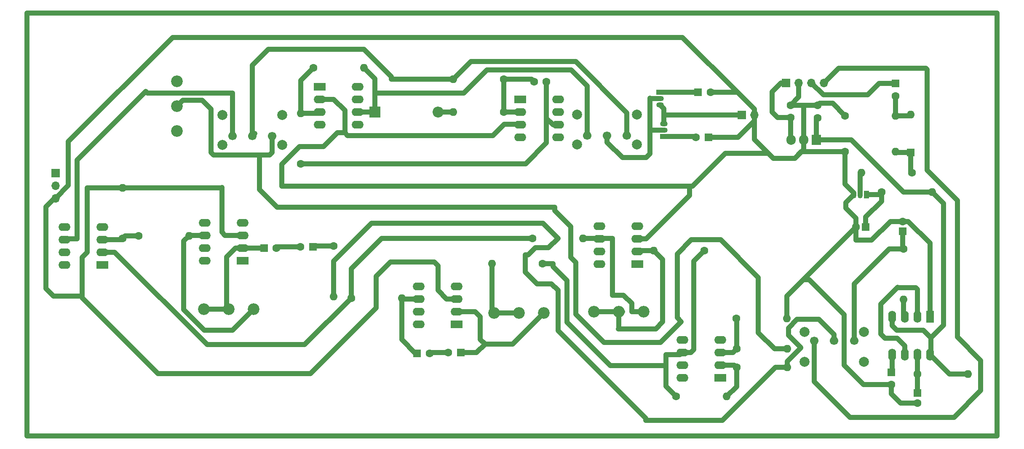
<source format=gbr>
%TF.GenerationSoftware,KiCad,Pcbnew,(5.1.10)-1*%
%TF.CreationDate,2023-01-23T00:02:35+05:00*%
%TF.ProjectId,LCS_Lab_Project,4c43535f-4c61-4625-9f50-726f6a656374,rev?*%
%TF.SameCoordinates,Original*%
%TF.FileFunction,Copper,L2,Bot*%
%TF.FilePolarity,Positive*%
%FSLAX46Y46*%
G04 Gerber Fmt 4.6, Leading zero omitted, Abs format (unit mm)*
G04 Created by KiCad (PCBNEW (5.1.10)-1) date 2023-01-23 00:02:35*
%MOMM*%
%LPD*%
G01*
G04 APERTURE LIST*
%TA.AperFunction,NonConductor*%
%ADD10C,1.000000*%
%TD*%
%TA.AperFunction,ComponentPad*%
%ADD11C,1.600000*%
%TD*%
%TA.AperFunction,ComponentPad*%
%ADD12R,1.600000X1.600000*%
%TD*%
%TA.AperFunction,ComponentPad*%
%ADD13R,2.200000X2.200000*%
%TD*%
%TA.AperFunction,ComponentPad*%
%ADD14O,2.200000X2.200000*%
%TD*%
%TA.AperFunction,ComponentPad*%
%ADD15O,1.600000X1.600000*%
%TD*%
%TA.AperFunction,ComponentPad*%
%ADD16R,1.700000X1.700000*%
%TD*%
%TA.AperFunction,ComponentPad*%
%ADD17O,1.700000X1.700000*%
%TD*%
%TA.AperFunction,ComponentPad*%
%ADD18O,1.500000X1.050000*%
%TD*%
%TA.AperFunction,ComponentPad*%
%ADD19R,1.500000X1.050000*%
%TD*%
%TA.AperFunction,ComponentPad*%
%ADD20O,1.050000X1.500000*%
%TD*%
%TA.AperFunction,ComponentPad*%
%ADD21R,1.050000X1.500000*%
%TD*%
%TA.AperFunction,ComponentPad*%
%ADD22C,2.340000*%
%TD*%
%TA.AperFunction,ComponentPad*%
%ADD23C,1.700000*%
%TD*%
%TA.AperFunction,ComponentPad*%
%ADD24C,2.000000*%
%TD*%
%TA.AperFunction,ComponentPad*%
%ADD25O,2.400000X1.600000*%
%TD*%
%TA.AperFunction,ComponentPad*%
%ADD26R,2.400000X1.600000*%
%TD*%
%TA.AperFunction,ComponentPad*%
%ADD27R,1.905000X2.000000*%
%TD*%
%TA.AperFunction,ComponentPad*%
%ADD28O,1.905000X2.000000*%
%TD*%
%TA.AperFunction,ComponentPad*%
%ADD29R,1.600000X2.400000*%
%TD*%
%TA.AperFunction,ComponentPad*%
%ADD30O,1.600000X2.400000*%
%TD*%
%TA.AperFunction,Conductor*%
%ADD31C,1.000000*%
%TD*%
G04 APERTURE END LIST*
D10*
X36292400Y-112801400D02*
X231292400Y-112801400D01*
X36292400Y-27801400D02*
X36292400Y-112801400D01*
X36292400Y-27801400D02*
X231292400Y-27801400D01*
X231292400Y-27801400D02*
X231292400Y-112801400D01*
D11*
%TO.P,C1,1*%
%TO.N,Net-(C1-Pad1)*%
X138239500Y-41656000D03*
%TO.P,C1,2*%
%TO.N,Net-(C1-Pad2)*%
X140739500Y-41656000D03*
%TD*%
D12*
%TO.P,C2,1*%
%TO.N,+12V*%
X171196000Y-43751500D03*
D11*
%TO.P,C2,2*%
%TO.N,GND*%
X173696000Y-43751500D03*
%TD*%
%TO.P,C3,2*%
%TO.N,-12V*%
X170791500Y-52832000D03*
D12*
%TO.P,C3,1*%
%TO.N,GND*%
X173291500Y-52832000D03*
%TD*%
D11*
%TO.P,C4,1*%
%TO.N,+12V*%
X195262500Y-48895000D03*
%TO.P,C4,2*%
%TO.N,GND*%
X195262500Y-46395000D03*
%TD*%
%TO.P,C5,2*%
%TO.N,GND*%
X189801500Y-46331500D03*
%TO.P,C5,1*%
%TO.N,Net-(C5-Pad1)*%
X189801500Y-48831500D03*
%TD*%
D12*
%TO.P,C6,1*%
%TO.N,D_out*%
X210883500Y-41973500D03*
D11*
%TO.P,C6,2*%
%TO.N,Net-(C6-Pad2)*%
X210883500Y-44473500D03*
%TD*%
D12*
%TO.P,C7,1*%
%TO.N,Net-(C7-Pad1)*%
X204914500Y-70802500D03*
D11*
%TO.P,C7,2*%
%TO.N,GND*%
X202914500Y-70802500D03*
%TD*%
%TO.P,C8,2*%
%TO.N,GND*%
X210058000Y-102512500D03*
D12*
%TO.P,C8,1*%
%TO.N,Net-(C8-Pad1)*%
X210058000Y-100012500D03*
%TD*%
D11*
%TO.P,C9,2*%
%TO.N,GND*%
X215265000Y-106203500D03*
D12*
%TO.P,C9,1*%
%TO.N,Net-(C9-Pad1)*%
X215265000Y-104203500D03*
%TD*%
%TO.P,C10,1*%
%TO.N,F_to_V*%
X212344000Y-71691500D03*
D11*
%TO.P,C10,2*%
%TO.N,GND*%
X212344000Y-69691500D03*
%TD*%
%TO.P,C11,2*%
%TO.N,Net-(C11-Pad2)*%
X121007500Y-96075500D03*
D12*
%TO.P,C11,1*%
%TO.N,Net-(C11-Pad1)*%
X123507500Y-96075500D03*
%TD*%
%TO.P,C12,1*%
%TO.N,Integral*%
X114744500Y-96202500D03*
D11*
%TO.P,C12,2*%
%TO.N,Net-(C11-Pad2)*%
X117244500Y-96202500D03*
%TD*%
D12*
%TO.P,C13,1*%
%TO.N,Net-(C13-Pad1)*%
X93789500Y-74803000D03*
D11*
%TO.P,C13,2*%
%TO.N,Net-(C13-Pad2)*%
X91289500Y-74803000D03*
%TD*%
%TO.P,C14,2*%
%TO.N,Net-(C13-Pad2)*%
X86447000Y-75057000D03*
D12*
%TO.P,C14,1*%
%TO.N,Net-(C14-Pad1)*%
X83947000Y-75057000D03*
%TD*%
D13*
%TO.P,D1,1*%
%TO.N,V_to_F*%
X106235500Y-47752000D03*
D14*
%TO.P,D1,2*%
%TO.N,Net-(D1-Pad2)*%
X118935500Y-47752000D03*
%TD*%
D12*
%TO.P,D2,1*%
%TO.N,Net-(D2-Pad1)*%
X213931500Y-55816500D03*
D15*
%TO.P,D2,2*%
%TO.N,Net-(C6-Pad2)*%
X213931500Y-48196500D03*
%TD*%
D16*
%TO.P,J1,1*%
%TO.N,+12V*%
X42037000Y-60007500D03*
D17*
%TO.P,J1,2*%
%TO.N,-12V*%
X42037000Y-62547500D03*
%TO.P,J1,3*%
%TO.N,GND*%
X42037000Y-65087500D03*
%TD*%
D16*
%TO.P,J2,1*%
%TO.N,BridgeOut*%
X179959000Y-48323500D03*
D17*
%TO.P,J2,2*%
%TO.N,GND*%
X182499000Y-48323500D03*
%TD*%
D16*
%TO.P,J3,1*%
%TO.N,Net-(C5-Pad1)*%
X188912500Y-41846500D03*
D17*
%TO.P,J3,2*%
%TO.N,GND*%
X191452500Y-41846500D03*
%TO.P,J3,3*%
%TO.N,D_out*%
X193992500Y-41846500D03*
%TO.P,J3,4*%
%TO.N,A_out*%
X196532500Y-41846500D03*
%TD*%
D18*
%TO.P,Q1,2*%
%TO.N,BridgeIn*%
X163576000Y-45021500D03*
%TO.P,Q1,3*%
%TO.N,BridgeOut*%
X163576000Y-46291500D03*
D19*
%TO.P,Q1,1*%
%TO.N,+12V*%
X163576000Y-43751500D03*
%TD*%
%TO.P,Q2,1*%
%TO.N,-12V*%
X164338000Y-52641500D03*
D18*
%TO.P,Q2,3*%
%TO.N,BridgeOut*%
X164338000Y-50101500D03*
%TO.P,Q2,2*%
%TO.N,BridgeIn*%
X164338000Y-51371500D03*
%TD*%
D20*
%TO.P,Q3,2*%
%TO.N,Net-(Q3-Pad2)*%
X203771500Y-64325500D03*
%TO.P,Q3,3*%
%TO.N,GND*%
X202501500Y-64325500D03*
D21*
%TO.P,Q3,1*%
%TO.N,Net-(C7-Pad1)*%
X205041500Y-64325500D03*
%TD*%
D11*
%TO.P,R1,1*%
%TO.N,Net-(R1-Pad1)*%
X93853000Y-38798500D03*
D15*
%TO.P,R1,2*%
%TO.N,V_to_F*%
X104013000Y-38798500D03*
%TD*%
%TO.P,R2,2*%
%TO.N,Net-(R1-Pad1)*%
X91313000Y-47942500D03*
D11*
%TO.P,R2,1*%
%TO.N,Net-(C1-Pad2)*%
X91313000Y-58102500D03*
%TD*%
D15*
%TO.P,R3,2*%
%TO.N,Net-(D1-Pad2)*%
X121983500Y-47752000D03*
D11*
%TO.P,R3,1*%
%TO.N,Net-(C1-Pad1)*%
X132143500Y-47752000D03*
%TD*%
%TO.P,R4,1*%
%TO.N,Net-(C1-Pad1)*%
X132143500Y-41148000D03*
D15*
%TO.P,R4,2*%
%TO.N,Input*%
X121983500Y-41148000D03*
%TD*%
D11*
%TO.P,R5,1*%
%TO.N,GND*%
X200723500Y-48450500D03*
D15*
%TO.P,R5,2*%
%TO.N,Net-(C6-Pad2)*%
X210883500Y-48450500D03*
%TD*%
%TO.P,R6,2*%
%TO.N,Net-(D2-Pad1)*%
X210883500Y-55689500D03*
D11*
%TO.P,R6,1*%
%TO.N,GND*%
X200723500Y-55689500D03*
%TD*%
%TO.P,R7,1*%
%TO.N,Net-(D2-Pad1)*%
X214185500Y-59880500D03*
D15*
%TO.P,R7,2*%
%TO.N,Net-(Q3-Pad2)*%
X204025500Y-59880500D03*
%TD*%
%TO.P,R8,2*%
%TO.N,+12V*%
X218249500Y-63817500D03*
D11*
%TO.P,R8,1*%
%TO.N,Net-(C7-Pad1)*%
X208089500Y-63817500D03*
%TD*%
%TO.P,R9,1*%
%TO.N,Net-(C9-Pad1)*%
X215265000Y-100393500D03*
D15*
%TO.P,R9,2*%
%TO.N,+12V*%
X225425000Y-100393500D03*
%TD*%
%TO.P,R10,2*%
%TO.N,Net-(R10-Pad2)*%
X212471000Y-85407500D03*
D11*
%TO.P,R10,1*%
%TO.N,F_to_V*%
X212471000Y-75247500D03*
%TD*%
D15*
%TO.P,R11,2*%
%TO.N,Output*%
X189103000Y-99060000D03*
D11*
%TO.P,R11,1*%
%TO.N,Net-(R11-Pad1)*%
X178943000Y-99060000D03*
%TD*%
%TO.P,R12,1*%
%TO.N,Net-(R12-Pad1)*%
X178943000Y-95313500D03*
D15*
%TO.P,R12,2*%
%TO.N,SetPoint*%
X189103000Y-95313500D03*
%TD*%
%TO.P,R13,2*%
%TO.N,GND*%
X189039500Y-89217500D03*
D11*
%TO.P,R13,1*%
%TO.N,Net-(R12-Pad1)*%
X178879500Y-89217500D03*
%TD*%
D15*
%TO.P,R14,2*%
%TO.N,Net-(R11-Pad1)*%
X176974500Y-104902000D03*
D11*
%TO.P,R14,1*%
%TO.N,Net-(R14-Pad1)*%
X166814500Y-104902000D03*
%TD*%
%TO.P,R15,1*%
%TO.N,Net-(R14-Pad1)*%
X172466000Y-75565000D03*
D15*
%TO.P,R15,2*%
%TO.N,Net-(R15-Pad2)*%
X162306000Y-75565000D03*
%TD*%
%TO.P,R16,2*%
%TO.N,Propotional*%
X148082000Y-73088500D03*
D11*
%TO.P,R16,1*%
%TO.N,Net-(R16-Pad1)*%
X137922000Y-73088500D03*
%TD*%
%TO.P,R17,1*%
%TO.N,Net-(R14-Pad1)*%
X139954000Y-78168500D03*
D15*
%TO.P,R17,2*%
%TO.N,Net-(R17-Pad2)*%
X129794000Y-78168500D03*
%TD*%
D11*
%TO.P,R18,1*%
%TO.N,Net-(R16-Pad1)*%
X101473000Y-85153500D03*
D15*
%TO.P,R18,2*%
%TO.N,Integral*%
X111633000Y-85153500D03*
%TD*%
D11*
%TO.P,R19,1*%
%TO.N,Net-(C13-Pad1)*%
X97980500Y-74676000D03*
D15*
%TO.P,R19,2*%
%TO.N,Output*%
X97980500Y-84836000D03*
%TD*%
D11*
%TO.P,R20,1*%
%TO.N,Net-(R20-Pad1)*%
X58737500Y-72580500D03*
D15*
%TO.P,R20,2*%
%TO.N,Derivative*%
X68897500Y-72580500D03*
%TD*%
%TO.P,R21,2*%
%TO.N,GND*%
X55499000Y-62992000D03*
D11*
%TO.P,R21,1*%
%TO.N,Net-(R20-Pad1)*%
X55499000Y-73152000D03*
%TD*%
D22*
%TO.P,RV0,1*%
%TO.N,+12V*%
X66421000Y-41529000D03*
%TO.P,RV0,2*%
%TO.N,SetPoint*%
X66421000Y-46529000D03*
%TO.P,RV0,3*%
%TO.N,-12V*%
X66421000Y-51529000D03*
%TD*%
%TO.P,RV1,1*%
%TO.N,Net-(R15-Pad2)*%
X150304500Y-87884000D03*
%TO.P,RV1,2*%
X155304500Y-87884000D03*
%TO.P,RV1,3*%
%TO.N,Propotional*%
X160304500Y-87884000D03*
%TD*%
%TO.P,RV2,3*%
%TO.N,Net-(C11-Pad1)*%
X140175000Y-88138000D03*
%TO.P,RV2,2*%
%TO.N,Net-(R17-Pad2)*%
X135175000Y-88138000D03*
%TO.P,RV2,1*%
X130175000Y-88138000D03*
%TD*%
%TO.P,RV3,3*%
%TO.N,Derivative*%
X81882000Y-87312500D03*
%TO.P,RV3,2*%
%TO.N,Net-(C14-Pad1)*%
X76882000Y-87312500D03*
%TO.P,RV3,1*%
X71882000Y-87312500D03*
%TD*%
D23*
%TO.P,SW1,3*%
%TO.N,PID*%
X77598000Y-52578000D03*
%TO.P,SW1,2*%
%TO.N,Input*%
X81598000Y-52578000D03*
%TO.P,SW1,1*%
%TO.N,SetPoint*%
X85598000Y-52578000D03*
D24*
%TO.P,SW1,*%
%TO.N,*%
X87598000Y-48328000D03*
X75598000Y-48328000D03*
X75598000Y-54328000D03*
X87598000Y-54328000D03*
%TD*%
%TO.P,SW2,*%
%TO.N,*%
X158908500Y-54201000D03*
X146908500Y-54201000D03*
X146908500Y-48201000D03*
X158908500Y-48201000D03*
D23*
%TO.P,SW2,1*%
%TO.N,Input*%
X156908500Y-52451000D03*
%TO.P,SW2,2*%
%TO.N,BridgeIn*%
X152908500Y-52451000D03*
%TO.P,SW2,3*%
%TO.N,V_to_F*%
X148908500Y-52451000D03*
%TD*%
D24*
%TO.P,SW3,*%
%TO.N,*%
X192564000Y-91912500D03*
X204564000Y-91912500D03*
X204564000Y-97912500D03*
X192564000Y-97912500D03*
D23*
%TO.P,SW3,1*%
%TO.N,A_out*%
X194564000Y-93662500D03*
%TO.P,SW3,2*%
%TO.N,Output*%
X198564000Y-93662500D03*
%TO.P,SW3,3*%
%TO.N,F_to_V*%
X202564000Y-93662500D03*
%TD*%
D25*
%TO.P,U1,8*%
%TO.N,Net-(U1-Pad8)*%
X102743000Y-42608500D03*
%TO.P,U1,4*%
%TO.N,-12V*%
X95123000Y-50228500D03*
%TO.P,U1,7*%
%TO.N,+12V*%
X102743000Y-45148500D03*
%TO.P,U1,3*%
%TO.N,Net-(R1-Pad1)*%
X95123000Y-47688500D03*
%TO.P,U1,6*%
%TO.N,V_to_F*%
X102743000Y-47688500D03*
%TO.P,U1,2*%
%TO.N,GND*%
X95123000Y-45148500D03*
%TO.P,U1,5*%
%TO.N,Net-(U1-Pad5)*%
X102743000Y-50228500D03*
D26*
%TO.P,U1,1*%
%TO.N,Net-(U1-Pad1)*%
X95123000Y-42608500D03*
%TD*%
%TO.P,U2,1*%
%TO.N,Net-(U2-Pad1)*%
X135445500Y-45212000D03*
D25*
%TO.P,U2,5*%
%TO.N,Net-(U2-Pad5)*%
X143065500Y-52832000D03*
%TO.P,U2,2*%
%TO.N,Net-(C1-Pad1)*%
X135445500Y-47752000D03*
%TO.P,U2,6*%
%TO.N,Net-(C1-Pad2)*%
X143065500Y-50292000D03*
%TO.P,U2,3*%
%TO.N,GND*%
X135445500Y-50292000D03*
%TO.P,U2,7*%
%TO.N,+12V*%
X143065500Y-47752000D03*
%TO.P,U2,4*%
%TO.N,-12V*%
X135445500Y-52832000D03*
%TO.P,U2,8*%
%TO.N,Net-(U2-Pad8)*%
X143065500Y-45212000D03*
%TD*%
D27*
%TO.P,U3,1*%
%TO.N,+12V*%
X194945000Y-53276500D03*
D28*
%TO.P,U3,2*%
%TO.N,GND*%
X192405000Y-53276500D03*
%TO.P,U3,3*%
%TO.N,Net-(C5-Pad1)*%
X189865000Y-53276500D03*
%TD*%
D29*
%TO.P,U4,1*%
%TO.N,GND*%
X217805000Y-88836500D03*
D30*
%TO.P,U4,5*%
%TO.N,Net-(C8-Pad1)*%
X210185000Y-96456500D03*
%TO.P,U4,2*%
%TO.N,Net-(U4-Pad2)*%
X215265000Y-88836500D03*
%TO.P,U4,6*%
X212725000Y-96456500D03*
%TO.P,U4,3*%
%TO.N,Net-(R10-Pad2)*%
X212725000Y-88836500D03*
%TO.P,U4,7*%
%TO.N,Net-(C9-Pad1)*%
X215265000Y-96456500D03*
%TO.P,U4,4*%
%TO.N,+12V*%
X210185000Y-88836500D03*
%TO.P,U4,8*%
X217805000Y-96456500D03*
%TD*%
D25*
%TO.P,U5,8*%
%TO.N,Net-(U5-Pad8)*%
X168021000Y-101155500D03*
%TO.P,U5,4*%
%TO.N,-12V*%
X175641000Y-93535500D03*
%TO.P,U5,7*%
%TO.N,+12V*%
X168021000Y-98615500D03*
%TO.P,U5,3*%
%TO.N,Net-(R12-Pad1)*%
X175641000Y-96075500D03*
%TO.P,U5,6*%
%TO.N,Net-(R14-Pad1)*%
X168021000Y-96075500D03*
%TO.P,U5,2*%
%TO.N,Net-(R11-Pad1)*%
X175641000Y-98615500D03*
%TO.P,U5,5*%
%TO.N,Net-(U5-Pad5)*%
X168021000Y-93535500D03*
D26*
%TO.P,U5,1*%
%TO.N,Net-(U5-Pad1)*%
X175641000Y-101155500D03*
%TD*%
%TO.P,U6,1*%
%TO.N,Net-(U6-Pad1)*%
X159004000Y-78295500D03*
D25*
%TO.P,U6,5*%
%TO.N,Net-(U6-Pad5)*%
X151384000Y-70675500D03*
%TO.P,U6,2*%
%TO.N,Net-(R15-Pad2)*%
X159004000Y-75755500D03*
%TO.P,U6,6*%
%TO.N,Propotional*%
X151384000Y-73215500D03*
%TO.P,U6,3*%
%TO.N,GND*%
X159004000Y-73215500D03*
%TO.P,U6,7*%
%TO.N,+12V*%
X151384000Y-75755500D03*
%TO.P,U6,4*%
%TO.N,-12V*%
X159004000Y-70675500D03*
%TO.P,U6,8*%
%TO.N,Net-(U6-Pad8)*%
X151384000Y-78295500D03*
%TD*%
%TO.P,U7,8*%
%TO.N,Net-(U7-Pad8)*%
X115062000Y-90360500D03*
%TO.P,U7,4*%
%TO.N,-12V*%
X122682000Y-82740500D03*
%TO.P,U7,7*%
%TO.N,+12V*%
X115062000Y-87820500D03*
%TO.P,U7,3*%
%TO.N,GND*%
X122682000Y-85280500D03*
%TO.P,U7,6*%
%TO.N,Integral*%
X115062000Y-85280500D03*
%TO.P,U7,2*%
%TO.N,Net-(C11-Pad1)*%
X122682000Y-87820500D03*
%TO.P,U7,5*%
%TO.N,Net-(U7-Pad5)*%
X115062000Y-82740500D03*
D26*
%TO.P,U7,1*%
%TO.N,Net-(U7-Pad1)*%
X122682000Y-90360500D03*
%TD*%
%TO.P,U8,1*%
%TO.N,Net-(U8-Pad1)*%
X79692500Y-77597000D03*
D25*
%TO.P,U8,5*%
%TO.N,Net-(U8-Pad5)*%
X72072500Y-69977000D03*
%TO.P,U8,2*%
%TO.N,Net-(C14-Pad1)*%
X79692500Y-75057000D03*
%TO.P,U8,6*%
%TO.N,Derivative*%
X72072500Y-72517000D03*
%TO.P,U8,3*%
%TO.N,GND*%
X79692500Y-72517000D03*
%TO.P,U8,7*%
%TO.N,+12V*%
X72072500Y-75057000D03*
%TO.P,U8,4*%
%TO.N,-12V*%
X79692500Y-69977000D03*
%TO.P,U8,8*%
%TO.N,Net-(U8-Pad8)*%
X72072500Y-77597000D03*
%TD*%
%TO.P,U9,8*%
%TO.N,Net-(U9-Pad8)*%
X43878500Y-78422500D03*
%TO.P,U9,4*%
%TO.N,-12V*%
X51498500Y-70802500D03*
%TO.P,U9,7*%
%TO.N,+12V*%
X43878500Y-75882500D03*
%TO.P,U9,3*%
%TO.N,Net-(R20-Pad1)*%
X51498500Y-73342500D03*
%TO.P,U9,6*%
%TO.N,PID*%
X43878500Y-73342500D03*
%TO.P,U9,2*%
%TO.N,Net-(R16-Pad1)*%
X51498500Y-75882500D03*
%TO.P,U9,5*%
%TO.N,Net-(U9-Pad5)*%
X43878500Y-70802500D03*
D26*
%TO.P,U9,1*%
%TO.N,Net-(U9-Pad1)*%
X51498500Y-78422500D03*
%TD*%
D31*
%TO.N,Net-(C1-Pad1)*%
X132143500Y-47752000D02*
X132143500Y-41148000D01*
X137731500Y-41148000D02*
X138239500Y-41656000D01*
X132143500Y-41148000D02*
X137731500Y-41148000D01*
X135445500Y-47752000D02*
X132143500Y-47752000D01*
%TO.N,Net-(C1-Pad2)*%
X143065500Y-50292000D02*
X142049500Y-50292000D01*
X140739500Y-48982000D02*
X140739500Y-41656000D01*
X142049500Y-50292000D02*
X140739500Y-48982000D01*
X91313000Y-58102500D02*
X136525000Y-58102500D01*
X140739500Y-53888000D02*
X140739500Y-48982000D01*
X136525000Y-58102500D02*
X140739500Y-53888000D01*
%TO.N,+12V*%
X163576000Y-43751500D02*
X171196000Y-43751500D01*
X194945000Y-49212500D02*
X195262500Y-48895000D01*
X194945000Y-53276500D02*
X194945000Y-49212500D01*
X210185000Y-88836500D02*
X210185000Y-90614500D01*
X210185000Y-90614500D02*
X211137500Y-91567000D01*
X211137500Y-91567000D02*
X216471500Y-91567000D01*
X216471500Y-91567000D02*
X217995500Y-93091000D01*
X217995500Y-96266000D02*
X217805000Y-96456500D01*
X217995500Y-93091000D02*
X217995500Y-96266000D01*
X218249500Y-63817500D02*
X220535500Y-66103500D01*
X220535500Y-90551000D02*
X217995500Y-93091000D01*
X220535500Y-66103500D02*
X220535500Y-90551000D01*
X221742000Y-100393500D02*
X217805000Y-96456500D01*
X225425000Y-100393500D02*
X221742000Y-100393500D01*
X201993500Y-53276500D02*
X194945000Y-53276500D01*
X212534500Y-63817500D02*
X201993500Y-53276500D01*
X218249500Y-63817500D02*
X212534500Y-63817500D01*
%TO.N,GND*%
X182499000Y-47121419D02*
X182499000Y-48323500D01*
X179129081Y-43751500D02*
X182499000Y-47121419D01*
X173696000Y-43751500D02*
X179129081Y-43751500D01*
X182499000Y-49525581D02*
X182499000Y-48323500D01*
X179192581Y-52832000D02*
X182499000Y-49525581D01*
X173291500Y-52832000D02*
X179192581Y-52832000D01*
X191452500Y-44680500D02*
X189801500Y-46331500D01*
X191452500Y-41846500D02*
X191452500Y-44680500D01*
X195199000Y-46331500D02*
X195262500Y-46395000D01*
X182499000Y-53213000D02*
X182499000Y-48323500D01*
X190627000Y-57023000D02*
X186309000Y-57023000D01*
X192405000Y-55245000D02*
X190627000Y-57023000D01*
X192405000Y-53276500D02*
X192405000Y-55245000D01*
X200723500Y-48450500D02*
X198247000Y-45974000D01*
X195683500Y-45974000D02*
X195262500Y-46395000D01*
X198247000Y-45974000D02*
X195683500Y-45974000D01*
X202501500Y-64325500D02*
X202501500Y-64008000D01*
X200723500Y-62230000D02*
X200723500Y-55689500D01*
X202501500Y-64008000D02*
X200723500Y-62230000D01*
X202914500Y-70802500D02*
X202914500Y-69056500D01*
X202914500Y-69056500D02*
X200914000Y-67056000D01*
X200914000Y-65913000D02*
X202501500Y-64325500D01*
X200914000Y-67056000D02*
X200914000Y-65913000D01*
X212344000Y-69691500D02*
X209835500Y-69691500D01*
X209835500Y-69691500D02*
X206057500Y-73469500D01*
X206057500Y-73469500D02*
X202946000Y-73469500D01*
X202914500Y-73438000D02*
X202914500Y-70802500D01*
X202946000Y-73469500D02*
X202914500Y-73438000D01*
X213475370Y-69691500D02*
X212344000Y-69691500D01*
X217805000Y-74021130D02*
X213475370Y-69691500D01*
X217805000Y-88836500D02*
X217805000Y-74021130D01*
X215265000Y-106203500D02*
X211931500Y-106203500D01*
X210058000Y-104330000D02*
X210058000Y-102512500D01*
X211931500Y-106203500D02*
X210058000Y-104330000D01*
X189039500Y-89217500D02*
X189039500Y-84677500D01*
X200596500Y-88455500D02*
X193532250Y-81391250D01*
X200596500Y-98615500D02*
X200596500Y-88455500D01*
X204493500Y-102512500D02*
X200596500Y-98615500D01*
X193532250Y-81391250D02*
X192325750Y-81391250D01*
X210058000Y-102512500D02*
X204493500Y-102512500D01*
X189039500Y-84677500D02*
X192325750Y-81391250D01*
X95123000Y-45148500D02*
X97980500Y-45148500D01*
X97980500Y-45148500D02*
X100203000Y-47371000D01*
X100203000Y-47371000D02*
X100203000Y-51879500D01*
X100203000Y-51879500D02*
X100774500Y-52451000D01*
X100774500Y-52451000D02*
X129984500Y-52451000D01*
X129984500Y-52451000D02*
X132270500Y-50165000D01*
X135318500Y-50165000D02*
X135445500Y-50292000D01*
X132270500Y-50165000D02*
X135318500Y-50165000D01*
X192405000Y-46545500D02*
X192191000Y-46331500D01*
X192405000Y-53276500D02*
X192405000Y-46545500D01*
X192191000Y-46331500D02*
X195199000Y-46331500D01*
X189801500Y-46331500D02*
X192191000Y-46331500D01*
X191960500Y-55689500D02*
X190627000Y-57023000D01*
X200723500Y-55689500D02*
X191960500Y-55689500D01*
X192833750Y-80883250D02*
X202914500Y-70802500D01*
X192325750Y-81391250D02*
X192833750Y-80883250D01*
X122682000Y-85280500D02*
X120650000Y-85280500D01*
X120650000Y-85280500D02*
X118935500Y-83566000D01*
X118935500Y-83566000D02*
X118935500Y-78613000D01*
X118935500Y-78613000D02*
X118173500Y-77851000D01*
X118173500Y-77851000D02*
X109410500Y-77851000D01*
X109410500Y-77851000D02*
X106489500Y-80772000D01*
X106489500Y-80772000D02*
X106489500Y-87058500D01*
X106489500Y-87058500D02*
X93281500Y-100266500D01*
X93281500Y-100266500D02*
X62611000Y-100266500D01*
X62611000Y-100266500D02*
X47371000Y-85026500D01*
X47371000Y-76962000D02*
X48450500Y-75882500D01*
X48450500Y-75882500D02*
X48450500Y-62928500D01*
X48514000Y-62992000D02*
X55499000Y-62992000D01*
X48450500Y-62928500D02*
X48514000Y-62992000D01*
X79692500Y-72517000D02*
X76136500Y-72517000D01*
X76136500Y-72517000D02*
X75501500Y-71882000D01*
X75374500Y-62992000D02*
X55499000Y-62992000D01*
X75501500Y-62865000D02*
X75374500Y-62992000D01*
X41656000Y-84709000D02*
X47371000Y-84709000D01*
X40132000Y-83185000D02*
X41656000Y-84709000D01*
X47371000Y-84709000D02*
X47371000Y-76962000D01*
X47371000Y-85026500D02*
X47371000Y-84709000D01*
X75501500Y-63373000D02*
X75501500Y-62865000D01*
X75501500Y-71882000D02*
X75501500Y-63373000D01*
X176720500Y-56007000D02*
X185293000Y-56007000D01*
X170116500Y-62611000D02*
X176720500Y-56007000D01*
X91122500Y-54673500D02*
X87566500Y-58229500D01*
X95948500Y-54673500D02*
X91122500Y-54673500D01*
X98742500Y-51879500D02*
X95948500Y-54673500D01*
X185293000Y-56007000D02*
X182499000Y-53213000D01*
X87566500Y-58229500D02*
X87566500Y-62611000D01*
X100203000Y-51879500D02*
X98742500Y-51879500D01*
X186309000Y-57023000D02*
X185293000Y-56007000D01*
X169481500Y-62611000D02*
X170116500Y-62611000D01*
X87566500Y-62611000D02*
X169481500Y-62611000D01*
X159004000Y-73215500D02*
X160782000Y-73215500D01*
X169481500Y-64516000D02*
X169481500Y-62611000D01*
X160782000Y-73215500D02*
X169481500Y-64516000D01*
X41791002Y-65087500D02*
X42037000Y-65087500D01*
X40132000Y-66746502D02*
X41791002Y-65087500D01*
X40132000Y-83185000D02*
X40132000Y-66746502D01*
X44640500Y-62484000D02*
X42037000Y-65087500D01*
X44640500Y-53657500D02*
X44640500Y-62484000D01*
X65595500Y-32702500D02*
X44640500Y-53657500D01*
X168080081Y-32702500D02*
X65595500Y-32702500D01*
X179129081Y-43751500D02*
X168080081Y-32702500D01*
%TO.N,-12V*%
X170601000Y-52641500D02*
X170791500Y-52832000D01*
X164338000Y-52641500D02*
X170601000Y-52641500D01*
%TO.N,Net-(C5-Pad1)*%
X189801500Y-53213000D02*
X189865000Y-53276500D01*
X189801500Y-48831500D02*
X189801500Y-53213000D01*
X189801500Y-48831500D02*
X187198000Y-48831500D01*
X187198000Y-48831500D02*
X186055000Y-47688500D01*
X186055000Y-47688500D02*
X186055000Y-43624500D01*
X187833000Y-41846500D02*
X188912500Y-41846500D01*
X186055000Y-43624500D02*
X187833000Y-41846500D01*
%TO.N,D_out*%
X193992500Y-41846500D02*
X196405500Y-44259500D01*
X196405500Y-44259500D02*
X205295500Y-44259500D01*
X207581500Y-41973500D02*
X210883500Y-41973500D01*
X205295500Y-44259500D02*
X207581500Y-41973500D01*
%TO.N,Net-(C6-Pad2)*%
X210883500Y-44473500D02*
X210883500Y-48450500D01*
X213677500Y-48450500D02*
X213931500Y-48196500D01*
X210883500Y-48450500D02*
X213677500Y-48450500D01*
%TO.N,Net-(C7-Pad1)*%
X204914500Y-70802500D02*
X204914500Y-68834000D01*
X208089500Y-65659000D02*
X208089500Y-63817500D01*
X204914500Y-68834000D02*
X208089500Y-65659000D01*
X207581500Y-64325500D02*
X208089500Y-63817500D01*
X205041500Y-64325500D02*
X207581500Y-64325500D01*
%TO.N,Net-(C8-Pad1)*%
X210185000Y-99885500D02*
X210058000Y-100012500D01*
X210185000Y-96456500D02*
X210185000Y-99885500D01*
%TO.N,Net-(C9-Pad1)*%
X215265000Y-96456500D02*
X215265000Y-100393500D01*
X215265000Y-104203500D02*
X215265000Y-100393500D01*
%TO.N,F_to_V*%
X212344000Y-75120500D02*
X212471000Y-75247500D01*
X212344000Y-71691500D02*
X212344000Y-75120500D01*
X202564000Y-93662500D02*
X202564000Y-82297000D01*
X209613500Y-75247500D02*
X212471000Y-75247500D01*
X202564000Y-82297000D02*
X209613500Y-75247500D01*
%TO.N,Net-(C11-Pad2)*%
X117371500Y-96075500D02*
X117244500Y-96202500D01*
X121007500Y-96075500D02*
X117371500Y-96075500D01*
%TO.N,Net-(C11-Pad1)*%
X122682000Y-87820500D02*
X126428500Y-87820500D01*
X126428500Y-87820500D02*
X127444500Y-88836500D01*
X127444500Y-88836500D02*
X127444500Y-93408500D01*
X127444500Y-93408500D02*
X128397000Y-94361000D01*
X133952000Y-94361000D02*
X140175000Y-88138000D01*
X128397000Y-94361000D02*
X133952000Y-94361000D01*
X126682500Y-96075500D02*
X128397000Y-94361000D01*
X123507500Y-96075500D02*
X126682500Y-96075500D01*
%TO.N,Integral*%
X114744500Y-96202500D02*
X114363500Y-96202500D01*
X111633000Y-93472000D02*
X111633000Y-85153500D01*
X114363500Y-96202500D02*
X111633000Y-93472000D01*
X111760000Y-85280500D02*
X111633000Y-85153500D01*
X115062000Y-85280500D02*
X111760000Y-85280500D01*
%TO.N,Net-(C13-Pad1)*%
X93916500Y-74676000D02*
X93789500Y-74803000D01*
X97980500Y-74676000D02*
X93916500Y-74676000D01*
%TO.N,Net-(C13-Pad2)*%
X86701000Y-74803000D02*
X86447000Y-75057000D01*
X91289500Y-74803000D02*
X86701000Y-74803000D01*
%TO.N,Net-(C14-Pad1)*%
X83947000Y-75057000D02*
X79692500Y-75057000D01*
X71882000Y-87312500D02*
X76882000Y-87312500D01*
X79692500Y-75057000D02*
X78232000Y-75057000D01*
X78232000Y-75057000D02*
X76454000Y-76835000D01*
X76454000Y-86884500D02*
X76882000Y-87312500D01*
X76454000Y-76835000D02*
X76454000Y-86884500D01*
%TO.N,V_to_F*%
X106172000Y-47688500D02*
X106235500Y-47752000D01*
X102743000Y-47688500D02*
X106172000Y-47688500D01*
X104013000Y-38798500D02*
X106235500Y-41021000D01*
X148908500Y-52451000D02*
X148908500Y-42482500D01*
X148908500Y-42482500D02*
X145669000Y-39243000D01*
X145669000Y-39243000D02*
X128778000Y-39243000D01*
X124079000Y-43942000D02*
X106235500Y-43942000D01*
X128778000Y-39243000D02*
X124079000Y-43942000D01*
X106235500Y-43942000D02*
X106235500Y-47752000D01*
X106235500Y-41021000D02*
X106235500Y-43942000D01*
%TO.N,Net-(D1-Pad2)*%
X118935500Y-47752000D02*
X121983500Y-47752000D01*
%TO.N,Net-(D2-Pad1)*%
X211010500Y-55816500D02*
X210883500Y-55689500D01*
X213931500Y-55816500D02*
X211010500Y-55816500D01*
X213931500Y-59626500D02*
X214185500Y-59880500D01*
X213931500Y-55816500D02*
X213931500Y-59626500D01*
%TO.N,BridgeOut*%
X164338000Y-47053500D02*
X163576000Y-46291500D01*
X179959000Y-48323500D02*
X164655500Y-48323500D01*
X164338000Y-48006000D02*
X164338000Y-47053500D01*
X164655500Y-48323500D02*
X164338000Y-48006000D01*
X164338000Y-50101500D02*
X164338000Y-48006000D01*
%TO.N,A_out*%
X196532500Y-41846500D02*
X199453500Y-38925500D01*
X199453500Y-38925500D02*
X216979500Y-38925500D01*
X216979500Y-38925500D02*
X217233500Y-39179500D01*
X217233500Y-39179500D02*
X217233500Y-59372500D01*
X223329500Y-65468500D02*
X223329500Y-92964000D01*
X223329500Y-92964000D02*
X228028500Y-97663000D01*
X228028500Y-97663000D02*
X228028500Y-103695500D01*
X228028500Y-103695500D02*
X222631000Y-109093000D01*
X222631000Y-109093000D02*
X201739500Y-109093000D01*
X194564000Y-101917500D02*
X194564000Y-93662500D01*
X201739500Y-109093000D02*
X194564000Y-101917500D01*
X217233500Y-59372500D02*
X223329500Y-65468500D01*
%TO.N,Input*%
X121983500Y-41148000D02*
X109537500Y-41148000D01*
X82105500Y-52070500D02*
X81598000Y-52578000D01*
X156908500Y-52451000D02*
X156908500Y-47879000D01*
X156908500Y-47879000D02*
X146621500Y-37592000D01*
X125539500Y-37592000D02*
X121983500Y-41148000D01*
X146621500Y-37592000D02*
X125539500Y-37592000D01*
X109537500Y-41148000D02*
X109537500Y-40640000D01*
X109537500Y-40640000D02*
X104013000Y-35115500D01*
X104013000Y-35115500D02*
X84836000Y-35115500D01*
X81598000Y-38353500D02*
X81598000Y-52578000D01*
X84836000Y-35115500D02*
X81598000Y-38353500D01*
%TO.N,SetPoint*%
X67611000Y-45339000D02*
X66421000Y-46529000D01*
X67611000Y-45339000D02*
X71564500Y-45339000D01*
X71564500Y-45339000D02*
X73342500Y-47117000D01*
X73342500Y-47117000D02*
X73342500Y-55880000D01*
X73342500Y-55880000D02*
X73850500Y-56388000D01*
X85598000Y-55880000D02*
X85598000Y-52578000D01*
X85090000Y-56388000D02*
X85598000Y-55880000D01*
X83058000Y-56388000D02*
X85090000Y-56388000D01*
X73850500Y-56388000D02*
X83058000Y-56388000D01*
X186563000Y-95313500D02*
X189103000Y-95313500D01*
X183324500Y-80962500D02*
X183324500Y-92075000D01*
X175768000Y-73406000D02*
X183324500Y-80962500D01*
X145605500Y-76962000D02*
X146621500Y-77978000D01*
X83058000Y-56388000D02*
X83058000Y-63309500D01*
X86614000Y-66865500D02*
X142367000Y-66865500D01*
X142367000Y-66865500D02*
X142367000Y-67500500D01*
X83058000Y-63309500D02*
X86614000Y-66865500D01*
X142367000Y-67500500D02*
X145605500Y-70739000D01*
X169862500Y-73406000D02*
X175768000Y-73406000D01*
X145605500Y-70739000D02*
X145605500Y-76962000D01*
X152336500Y-94043500D02*
X163639500Y-94043500D01*
X146621500Y-88328500D02*
X152336500Y-94043500D01*
X183324500Y-92075000D02*
X186563000Y-95313500D01*
X163639500Y-94043500D02*
X167830500Y-89852500D01*
X146621500Y-77978000D02*
X146621500Y-88328500D01*
X167830500Y-89852500D02*
X167005000Y-89027000D01*
X167005000Y-76263500D02*
X169862500Y-73406000D01*
X167005000Y-89027000D02*
X167005000Y-76263500D01*
%TO.N,Propotional*%
X151257000Y-73088500D02*
X151384000Y-73215500D01*
X148082000Y-73088500D02*
X151257000Y-73088500D01*
X151447500Y-73152000D02*
X151384000Y-73215500D01*
X153987500Y-73152000D02*
X151447500Y-73152000D01*
X153987500Y-84518500D02*
X153987500Y-73152000D01*
X156210000Y-84518500D02*
X153987500Y-84518500D01*
X157861000Y-86169500D02*
X156210000Y-84518500D01*
X157924500Y-87884000D02*
X157861000Y-87820500D01*
X157861000Y-87820500D02*
X157861000Y-86169500D01*
X160304500Y-87884000D02*
X157924500Y-87884000D01*
%TO.N,Derivative*%
X68961000Y-72517000D02*
X68897500Y-72580500D01*
X72072500Y-72517000D02*
X68961000Y-72517000D01*
X81882000Y-87312500D02*
X77627500Y-91567000D01*
X77627500Y-91567000D02*
X71945500Y-91567000D01*
X71945500Y-91567000D02*
X67818000Y-87439500D01*
X67818000Y-73660000D02*
X68897500Y-72580500D01*
X67818000Y-87439500D02*
X67818000Y-73660000D01*
%TO.N,PID*%
X77598000Y-52578000D02*
X77598000Y-43879500D01*
X60198000Y-43561000D02*
X46418500Y-57340500D01*
X46418500Y-57340500D02*
X46418500Y-73215500D01*
X44005500Y-73215500D02*
X43878500Y-73342500D01*
X46418500Y-73215500D02*
X44005500Y-73215500D01*
X60516500Y-43879500D02*
X60198000Y-43561000D01*
X77598000Y-43879500D02*
X60516500Y-43879500D01*
%TO.N,BridgeIn*%
X161671000Y-45021500D02*
X163576000Y-45021500D01*
X161544000Y-44894500D02*
X161671000Y-45021500D01*
X160782000Y-56896000D02*
X161544000Y-56134000D01*
X156019500Y-56896000D02*
X160782000Y-56896000D01*
X152908500Y-53785000D02*
X156019500Y-56896000D01*
X152908500Y-52451000D02*
X152908500Y-53785000D01*
X164338000Y-51371500D02*
X161544000Y-51371500D01*
X161544000Y-51371500D02*
X161544000Y-44894500D01*
X161544000Y-56134000D02*
X161544000Y-51371500D01*
%TO.N,Output*%
X198564000Y-93662500D02*
X198564000Y-92455500D01*
X198564000Y-92455500D02*
X195516500Y-89408000D01*
X191069002Y-89408000D02*
X189357000Y-91120002D01*
X195516500Y-89408000D02*
X191069002Y-89408000D01*
X189357000Y-91120002D02*
X189357000Y-92583000D01*
X189357000Y-92583000D02*
X191833500Y-95059500D01*
X191833500Y-95059500D02*
X191833500Y-95123000D01*
X189103000Y-97853500D02*
X189103000Y-99060000D01*
X191833500Y-95123000D02*
X189103000Y-97853500D01*
X97980500Y-77660500D02*
X97980500Y-84836000D01*
X105600500Y-70040500D02*
X97980500Y-77660500D01*
X140017500Y-70040500D02*
X105600500Y-70040500D01*
X160718500Y-109728000D02*
X160718500Y-109283500D01*
X143065500Y-73088500D02*
X140017500Y-70040500D01*
X160718500Y-109283500D02*
X143065500Y-91630500D01*
X176085500Y-109728000D02*
X160718500Y-109728000D01*
X186753500Y-99060000D02*
X176085500Y-109728000D01*
X189103000Y-99060000D02*
X186753500Y-99060000D01*
X143065500Y-91630500D02*
X143065500Y-83566000D01*
X143065500Y-83566000D02*
X141732000Y-82232500D01*
X141732000Y-82232500D02*
X138811000Y-82232500D01*
X138811000Y-82232500D02*
X136461500Y-79883000D01*
X136461500Y-79883000D02*
X136461500Y-76454000D01*
X136461500Y-76454000D02*
X137033000Y-76454000D01*
X137033000Y-76454000D02*
X138493500Y-74993500D01*
X141160500Y-74993500D02*
X143065500Y-73088500D01*
X138493500Y-74993500D02*
X141160500Y-74993500D01*
%TO.N,Net-(Q3-Pad2)*%
X203771500Y-60134500D02*
X204025500Y-59880500D01*
X203771500Y-64325500D02*
X203771500Y-60134500D01*
%TO.N,Net-(R1-Pad1)*%
X94869000Y-47942500D02*
X95123000Y-47688500D01*
X91313000Y-47942500D02*
X94869000Y-47942500D01*
X91313000Y-41338500D02*
X91313000Y-47942500D01*
X93853000Y-38798500D02*
X91313000Y-41338500D01*
%TO.N,Net-(R10-Pad2)*%
X212471000Y-88582500D02*
X212725000Y-88836500D01*
X212471000Y-85407500D02*
X212471000Y-88582500D01*
%TO.N,Net-(R11-Pad1)*%
X178943000Y-102933500D02*
X176974500Y-104902000D01*
X178943000Y-99060000D02*
X178943000Y-102933500D01*
X178498500Y-98615500D02*
X178943000Y-99060000D01*
X175641000Y-98615500D02*
X178498500Y-98615500D01*
%TO.N,Net-(R12-Pad1)*%
X178943000Y-89281000D02*
X178879500Y-89217500D01*
X178943000Y-95313500D02*
X178943000Y-89281000D01*
X178181000Y-96075500D02*
X178943000Y-95313500D01*
X175641000Y-96075500D02*
X178181000Y-96075500D01*
%TO.N,Net-(R14-Pad1)*%
X166814500Y-104902000D02*
X164782500Y-102870000D01*
X167576500Y-96520000D02*
X168021000Y-96075500D01*
X164782500Y-96520000D02*
X167576500Y-96520000D01*
X168021000Y-96075500D02*
X169735500Y-96075500D01*
X169735500Y-96075500D02*
X170370500Y-95440500D01*
X170370500Y-77660500D02*
X172466000Y-75565000D01*
X170370500Y-95440500D02*
X170370500Y-77660500D01*
X139954000Y-78168500D02*
X142049500Y-78168500D01*
X155257500Y-98679000D02*
X164782500Y-98679000D01*
X164782500Y-98679000D02*
X164782500Y-96520000D01*
X164782500Y-102870000D02*
X164782500Y-98679000D01*
X142049500Y-78168500D02*
X142049500Y-78803500D01*
X142049500Y-78803500D02*
X144843500Y-81597500D01*
X144843500Y-81597500D02*
X144843500Y-89979500D01*
X153543000Y-98679000D02*
X155257500Y-98679000D01*
X144843500Y-89979500D02*
X153543000Y-98679000D01*
%TO.N,Net-(R15-Pad2)*%
X159194500Y-75565000D02*
X159004000Y-75755500D01*
X162306000Y-75565000D02*
X159194500Y-75565000D01*
X150304500Y-87884000D02*
X156019500Y-87884000D01*
X162306000Y-75565000D02*
X164084000Y-77343000D01*
X164084000Y-77343000D02*
X164084000Y-89916000D01*
X164084000Y-89916000D02*
X162687000Y-91313000D01*
X162687000Y-91313000D02*
X155194000Y-91313000D01*
X155304500Y-91202500D02*
X155304500Y-87884000D01*
X155194000Y-91313000D02*
X155304500Y-91202500D01*
%TO.N,Net-(R16-Pad1)*%
X51498500Y-75882500D02*
X53911500Y-75882500D01*
X53911500Y-75882500D02*
X72517000Y-94488000D01*
X92138500Y-94488000D02*
X101473000Y-85153500D01*
X72517000Y-94488000D02*
X92138500Y-94488000D01*
X137922000Y-73088500D02*
X107569000Y-73088500D01*
X101473000Y-79184500D02*
X101473000Y-85153500D01*
X107569000Y-73088500D02*
X101473000Y-79184500D01*
%TO.N,Net-(R17-Pad2)*%
X129794000Y-87757000D02*
X130175000Y-88138000D01*
X129794000Y-78168500D02*
X129794000Y-87757000D01*
X130175000Y-88138000D02*
X135175000Y-88138000D01*
%TO.N,Net-(R20-Pad1)*%
X56070500Y-72580500D02*
X55499000Y-73152000D01*
X58737500Y-72580500D02*
X56070500Y-72580500D01*
X55308500Y-73342500D02*
X55499000Y-73152000D01*
X51498500Y-73342500D02*
X55308500Y-73342500D01*
%TO.N,Net-(U4-Pad2)*%
X211455000Y-83058000D02*
X214947500Y-83058000D01*
X211328000Y-82931000D02*
X211455000Y-83058000D01*
X214947500Y-83058000D02*
X215265000Y-83375500D01*
X207899000Y-86360000D02*
X211328000Y-82931000D01*
X215265000Y-83375500D02*
X215265000Y-88836500D01*
X207899000Y-92329000D02*
X207899000Y-86360000D01*
X208788000Y-93218000D02*
X207899000Y-92329000D01*
X211264500Y-93218000D02*
X208788000Y-93218000D01*
X212725000Y-94678500D02*
X211264500Y-93218000D01*
X212725000Y-96456500D02*
X212725000Y-94678500D01*
%TD*%
M02*

</source>
